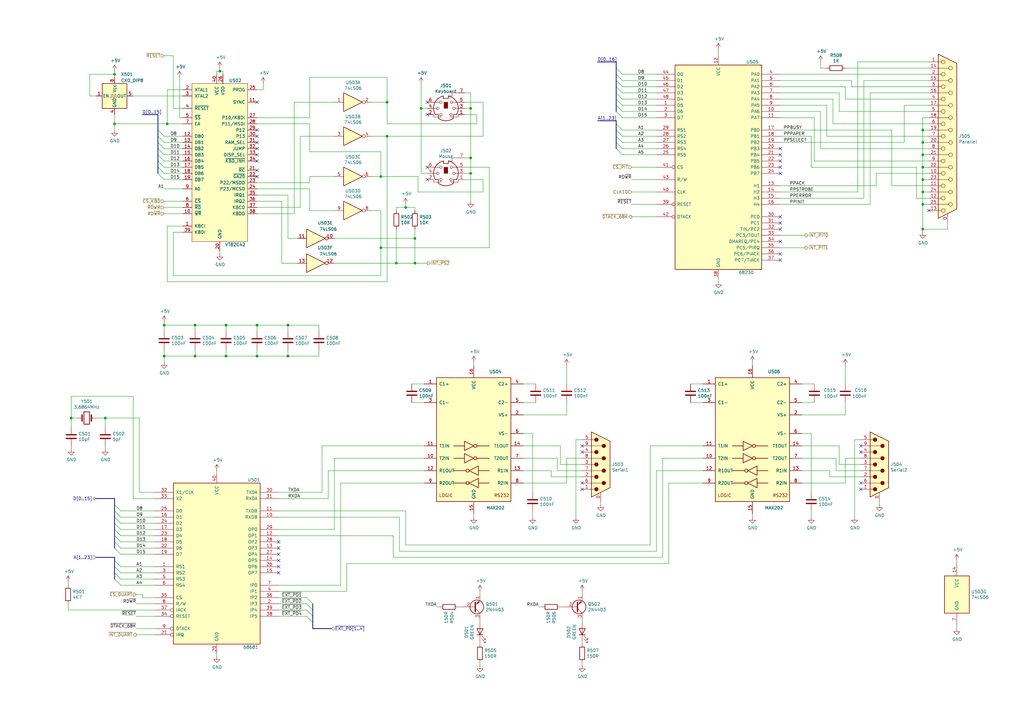
<source format=kicad_sch>
(kicad_sch (version 20211123) (generator eeschema)
  (paper "A3")
  (title_block (title "Y Ddraig") (company "Stephen Moody"))
  (junction (at 170.18 97.79))
  (junction (at 378.46 63.5))
  (junction (at 90.17 29.21))
  (junction (at 105.41 146.05))
  (junction (at 378.46 93.98))
  (junction (at 92.71 133.35))
  (junction (at 80.01 146.05))
  (junction (at 80.01 133.35))
  (junction (at 46.99 30.48))
  (junction (at 118.11 146.05))
  (junction (at 158.75 41.91))
  (junction (at 156.21 101.6))
  (junction (at 105.41 133.35))
  (junction (at 193.04 44.45))
  (junction (at 378.46 73.66))
  (junction (at 67.31 146.05))
  (junction (at 43.18 171.45))
  (junction (at 193.04 64.77))
  (junction (at 162.56 107.95))
  (junction (at 118.11 133.35))
  (junction (at 158.75 55.88))
  (junction (at 156.21 72.39))
  (junction (at 68.58 50.8))
  (junction (at 170.18 107.95))
  (junction (at 166.37 85.09))
  (junction (at 92.71 146.05))
  (junction (at 29.21 171.45))
  (junction (at 193.04 71.12))
  (junction (at 378.46 68.58))
  (junction (at 378.46 83.82))
  (junction (at 378.46 58.42))
  (junction (at 67.31 133.35))
  (junction (at 172.72 44.45))
  (junction (at 378.46 78.74))
  (junction (at 46.99 50.8))
  (junction (at 378.46 53.34))
  (no_connect (at 175.26 68.58))
  (no_connect (at 105.41 72.39))
  (no_connect (at 238.76 182.88))
  (no_connect (at 105.41 69.85))
  (no_connect (at 353.06 198.12))
  (no_connect (at 320.04 104.14))
  (no_connect (at 105.41 66.04))
  (no_connect (at 320.04 99.06))
  (no_connect (at 353.06 200.66))
  (no_connect (at 175.26 41.91))
  (no_connect (at 320.04 63.5))
  (no_connect (at 175.26 73.66))
  (no_connect (at 320.04 66.04))
  (no_connect (at 114.3 224.79))
  (no_connect (at 105.41 60.96))
  (no_connect (at 238.76 185.42))
  (no_connect (at 238.76 200.66))
  (no_connect (at 381 86.36))
  (no_connect (at 114.3 229.87))
  (no_connect (at 114.3 222.25))
  (no_connect (at 114.3 234.95))
  (no_connect (at 320.04 71.12))
  (no_connect (at 320.04 106.68))
  (no_connect (at 320.04 93.98))
  (no_connect (at 320.04 91.44))
  (no_connect (at 105.41 53.34))
  (no_connect (at 353.06 182.88))
  (no_connect (at 353.06 185.42))
  (no_connect (at 105.41 41.91))
  (no_connect (at 105.41 63.5))
  (no_connect (at 114.3 227.33))
  (no_connect (at 320.04 88.9))
  (no_connect (at 320.04 68.58))
  (no_connect (at 105.41 58.42))
  (no_connect (at 105.41 55.88))
  (no_connect (at 238.76 198.12))
  (no_connect (at 114.3 232.41))
  (no_connect (at 320.04 60.96))
  (no_connect (at 175.26 46.99))
  (bus_entry (at 252.73 38.1) (size 2.54 2.54))
  (bus_entry (at 46.99 234.95) (size 2.54 2.54))
  (bus_entry (at 46.99 217.17) (size 2.54 2.54))
  (bus_entry (at 46.99 237.49) (size 2.54 2.54))
  (bus_entry (at 252.73 58.42) (size 2.54 2.54))
  (bus_entry (at 64.77 55.88) (size 2.54 2.54))
  (bus_entry (at 252.73 33.02) (size 2.54 2.54))
  (bus_entry (at 46.99 219.71) (size 2.54 2.54))
  (bus_entry (at 125.73 247.65) (size 2.54 2.54))
  (bus_entry (at 46.99 224.79) (size 2.54 2.54))
  (bus_entry (at 64.77 68.58) (size 2.54 2.54))
  (bus_entry (at 64.77 60.96) (size 2.54 2.54))
  (bus_entry (at 252.73 43.18) (size 2.54 2.54))
  (bus_entry (at 252.73 60.96) (size 2.54 2.54))
  (bus_entry (at 252.73 40.64) (size 2.54 2.54))
  (bus_entry (at 125.73 250.19) (size 2.54 2.54))
  (bus_entry (at 64.77 53.34) (size 2.54 2.54))
  (bus_entry (at 252.73 55.88) (size 2.54 2.54))
  (bus_entry (at 64.77 63.5) (size 2.54 2.54))
  (bus_entry (at 46.99 212.09) (size 2.54 2.54))
  (bus_entry (at 46.99 214.63) (size 2.54 2.54))
  (bus_entry (at 252.73 27.94) (size 2.54 2.54))
  (bus_entry (at 46.99 229.87) (size 2.54 2.54))
  (bus_entry (at 64.77 58.42) (size 2.54 2.54))
  (bus_entry (at 125.73 245.11) (size 2.54 2.54))
  (bus_entry (at 46.99 209.55) (size 2.54 2.54))
  (bus_entry (at 252.73 45.72) (size 2.54 2.54))
  (bus_entry (at 46.99 222.25) (size 2.54 2.54))
  (bus_entry (at 64.77 71.12) (size 2.54 2.54))
  (bus_entry (at 64.77 66.04) (size 2.54 2.54))
  (bus_entry (at 252.73 53.34) (size 2.54 2.54))
  (bus_entry (at 252.73 30.48) (size 2.54 2.54))
  (bus_entry (at 46.99 232.41) (size 2.54 2.54))
  (bus_entry (at 125.73 252.73) (size 2.54 2.54))
  (bus_entry (at 46.99 207.01) (size 2.54 2.54))
  (bus_entry (at 252.73 50.8) (size 2.54 2.54))
  (bus_entry (at 252.73 35.56) (size 2.54 2.54))
  (wire (pts (xy 88.9 29.21) (xy 90.17 29.21)))
  (bus (pts (xy 128.27 257.81) (xy 135.89 257.81)))
  (wire (pts (xy 195.58 50.8) (xy 195.58 46.99)))
  (wire (pts (xy 80.01 146.05) (xy 67.31 146.05)))
  (wire (pts (xy 166.37 223.52) (xy 166.37 209.55)))
  (bus (pts (xy 252.73 43.18) (xy 252.73 45.72)))
  (wire (pts (xy 350.52 180.34) (xy 353.06 180.34)))
  (wire (pts (xy 67.31 60.96) (xy 74.93 60.96)))
  (wire (pts (xy 168.91 165.1) (xy 173.99 165.1)))
  (bus (pts (xy 46.99 219.71) (xy 46.99 222.25)))
  (wire (pts (xy 378.46 78.74) (xy 378.46 83.82)))
  (wire (pts (xy 123.19 85.09) (xy 123.19 55.88)))
  (wire (pts (xy 334.01 66.04) (xy 381 66.04)))
  (bus (pts (xy 39.37 228.6) (xy 46.99 228.6)))
  (wire (pts (xy 161.29 219.71) (xy 114.3 219.71)))
  (wire (pts (xy 255.27 40.64) (xy 269.24 40.64)))
  (wire (pts (xy 359.41 76.2) (xy 359.41 71.12)))
  (wire (pts (xy 236.22 212.09) (xy 236.22 180.34)))
  (wire (pts (xy 139.7 240.03) (xy 114.3 240.03)))
  (wire (pts (xy 344.17 45.72) (xy 344.17 38.1)))
  (wire (pts (xy 175.26 44.45) (xy 172.72 44.45)))
  (wire (pts (xy 341.63 50.8) (xy 341.63 40.64)))
  (wire (pts (xy 170.18 97.79) (xy 170.18 107.95)))
  (wire (pts (xy 320.04 96.52) (xy 330.2 96.52)))
  (wire (pts (xy 246.38 207.01) (xy 246.38 205.74)))
  (wire (pts (xy 269.24 33.02) (xy 255.27 33.02)))
  (wire (pts (xy 130.81 143.51) (xy 130.81 146.05)))
  (wire (pts (xy 365.76 53.34) (xy 365.76 76.2)))
  (wire (pts (xy 46.99 30.48) (xy 36.83 30.48)))
  (wire (pts (xy 173.99 157.48) (xy 168.91 157.48)))
  (wire (pts (xy 320.04 76.2) (xy 359.41 76.2)))
  (wire (pts (xy 68.58 50.8) (xy 74.93 50.8)))
  (wire (pts (xy 219.71 157.48) (xy 214.63 157.48)))
  (bus (pts (xy 64.77 46.99) (xy 58.42 46.99)))
  (wire (pts (xy 332.74 209.55) (xy 332.74 212.09)))
  (wire (pts (xy 171.45 72.39) (xy 171.45 78.74)))
  (wire (pts (xy 63.5 247.65) (xy 55.88 247.65)))
  (bus (pts (xy 64.77 60.96) (xy 64.77 63.5)))
  (wire (pts (xy 378.46 53.34) (xy 381 53.34)))
  (wire (pts (xy 156.21 62.23) (xy 127 62.23)))
  (wire (pts (xy 381 78.74) (xy 378.46 78.74)))
  (bus (pts (xy 46.99 204.47) (xy 39.37 204.47)))
  (wire (pts (xy 92.71 143.51) (xy 92.71 146.05)))
  (wire (pts (xy 63.5 209.55) (xy 49.53 209.55)))
  (wire (pts (xy 255.27 55.88) (xy 269.24 55.88)))
  (bus (pts (xy 128.27 252.73) (xy 128.27 255.27)))
  (wire (pts (xy 349.25 35.56) (xy 381 35.56)))
  (wire (pts (xy 58.42 245.11) (xy 63.5 245.11)))
  (wire (pts (xy 378.46 73.66) (xy 378.46 78.74)))
  (wire (pts (xy 198.12 41.91) (xy 190.5 41.91)))
  (wire (pts (xy 127 72.39) (xy 127 74.93)))
  (wire (pts (xy 339.09 55.88) (xy 339.09 43.18)))
  (wire (pts (xy 229.87 248.92) (xy 231.14 248.92)))
  (wire (pts (xy 346.71 27.94) (xy 381 27.94)))
  (wire (pts (xy 46.99 31.75) (xy 46.99 30.48)))
  (wire (pts (xy 294.64 115.57) (xy 294.64 114.3)))
  (wire (pts (xy 49.53 240.03) (xy 63.5 240.03)))
  (wire (pts (xy 269.24 30.48) (xy 255.27 30.48)))
  (wire (pts (xy 152.4 86.36) (xy 156.21 86.36)))
  (bus (pts (xy 128.27 247.65) (xy 128.27 250.19)))
  (bus (pts (xy 46.99 214.63) (xy 46.99 217.17)))
  (wire (pts (xy 274.32 231.14) (xy 142.24 231.14)))
  (wire (pts (xy 67.31 55.88) (xy 74.93 55.88)))
  (wire (pts (xy 152.4 72.39) (xy 156.21 72.39)))
  (wire (pts (xy 356.87 83.82) (xy 356.87 38.1)))
  (wire (pts (xy 105.41 82.55) (xy 115.57 82.55)))
  (wire (pts (xy 29.21 162.56) (xy 54.61 162.56)))
  (wire (pts (xy 320.04 58.42) (xy 370.84 58.42)))
  (wire (pts (xy 259.08 68.58) (xy 269.24 68.58)))
  (wire (pts (xy 49.53 214.63) (xy 63.5 214.63)))
  (wire (pts (xy 320.04 30.48) (xy 381 30.48)))
  (wire (pts (xy 255.27 45.72) (xy 269.24 45.72)))
  (wire (pts (xy 71.12 44.45) (xy 74.93 44.45)))
  (wire (pts (xy 166.37 83.82) (xy 166.37 85.09)))
  (wire (pts (xy 288.29 187.96) (xy 271.78 187.96)))
  (bus (pts (xy 46.99 234.95) (xy 46.99 237.49)))
  (wire (pts (xy 320.04 43.18) (xy 339.09 43.18)))
  (wire (pts (xy 107.95 36.83) (xy 107.95 34.29)))
  (wire (pts (xy 156.21 72.39) (xy 171.45 72.39)))
  (wire (pts (xy 163.83 226.06) (xy 163.83 212.09)))
  (wire (pts (xy 27.94 240.03) (xy 27.94 238.76)))
  (wire (pts (xy 350.52 212.09) (xy 350.52 180.34)))
  (wire (pts (xy 226.06 195.58) (xy 226.06 193.04)))
  (wire (pts (xy 46.99 50.8) (xy 68.58 50.8)))
  (wire (pts (xy 105.41 133.35) (xy 118.11 133.35)))
  (wire (pts (xy 342.9 187.96) (xy 328.93 187.96)))
  (wire (pts (xy 378.46 58.42) (xy 381 58.42)))
  (wire (pts (xy 46.99 30.48) (xy 46.99 29.21)))
  (wire (pts (xy 127 48.26) (xy 105.41 48.26)))
  (wire (pts (xy 228.6 193.04) (xy 228.6 187.96)))
  (wire (pts (xy 54.61 204.47) (xy 63.5 204.47)))
  (wire (pts (xy 152.4 55.88) (xy 158.75 55.88)))
  (wire (pts (xy 238.76 193.04) (xy 228.6 193.04)))
  (wire (pts (xy 142.24 242.57) (xy 114.3 242.57)))
  (wire (pts (xy 162.56 107.95) (xy 137.16 107.95)))
  (wire (pts (xy 288.29 198.12) (xy 274.32 198.12)))
  (wire (pts (xy 353.06 190.5) (xy 344.17 190.5)))
  (wire (pts (xy 68.58 36.83) (xy 68.58 50.8)))
  (wire (pts (xy 57.15 171.45) (xy 57.15 201.93)))
  (wire (pts (xy 49.53 224.79) (xy 63.5 224.79)))
  (wire (pts (xy 269.24 43.18) (xy 255.27 43.18)))
  (wire (pts (xy 118.11 135.89) (xy 118.11 133.35)))
  (wire (pts (xy 200.66 101.6) (xy 200.66 68.58)))
  (wire (pts (xy 74.93 82.55) (xy 67.31 82.55)))
  (wire (pts (xy 172.72 71.12) (xy 172.72 44.45)))
  (wire (pts (xy 118.11 143.51) (xy 118.11 146.05)))
  (wire (pts (xy 114.3 247.65) (xy 125.73 247.65)))
  (wire (pts (xy 229.87 190.5) (xy 229.87 182.88)))
  (wire (pts (xy 71.12 95.25) (xy 71.12 113.03)))
  (wire (pts (xy 137.16 217.17) (xy 114.3 217.17)))
  (wire (pts (xy 214.63 177.8) (xy 218.44 177.8)))
  (wire (pts (xy 170.18 107.95) (xy 162.56 107.95)))
  (wire (pts (xy 378.46 68.58) (xy 381 68.58)))
  (wire (pts (xy 346.71 165.1) (xy 346.71 170.18)))
  (wire (pts (xy 115.57 82.55) (xy 115.57 107.95)))
  (wire (pts (xy 232.41 170.18) (xy 232.41 165.1)))
  (wire (pts (xy 238.76 195.58) (xy 226.06 195.58)))
  (wire (pts (xy 332.74 55.88) (xy 332.74 68.58)))
  (wire (pts (xy 196.85 254) (xy 196.85 255.27)))
  (wire (pts (xy 353.06 195.58) (xy 340.36 195.58)))
  (wire (pts (xy 127 50.8) (xy 127 62.23)))
  (wire (pts (xy 238.76 190.5) (xy 229.87 190.5)))
  (wire (pts (xy 328.93 165.1) (xy 334.01 165.1)))
  (wire (pts (xy 142.24 231.14) (xy 142.24 242.57)))
  (wire (pts (xy 238.76 254) (xy 238.76 255.27)))
  (wire (pts (xy 274.32 198.12) (xy 274.32 231.14)))
  (wire (pts (xy 336.55 25.4) (xy 336.55 27.94)))
  (wire (pts (xy 27.94 250.19) (xy 27.94 247.65)))
  (wire (pts (xy 195.58 46.99) (xy 190.5 46.99)))
  (wire (pts (xy 283.21 165.1) (xy 288.29 165.1)))
  (bus (pts (xy 64.77 66.04) (xy 64.77 68.58)))
  (bus (pts (xy 46.99 212.09) (xy 46.99 214.63)))
  (wire (pts (xy 354.33 33.02) (xy 354.33 81.28)))
  (bus (pts (xy 46.99 209.55) (xy 46.99 212.09)))
  (wire (pts (xy 336.55 27.94) (xy 339.09 27.94)))
  (wire (pts (xy 137.16 187.96) (xy 137.16 217.17)))
  (wire (pts (xy 92.71 146.05) (xy 80.01 146.05)))
  (wire (pts (xy 320.04 101.6) (xy 330.2 101.6)))
  (wire (pts (xy 43.18 182.88) (xy 43.18 184.15)))
  (wire (pts (xy 238.76 187.96) (xy 232.41 187.96)))
  (wire (pts (xy 31.75 171.45) (xy 29.21 171.45)))
  (wire (pts (xy 127 31.75) (xy 127 48.26)))
  (wire (pts (xy 130.81 133.35) (xy 130.81 135.89)))
  (wire (pts (xy 320.04 33.02) (xy 349.25 33.02)))
  (wire (pts (xy 353.06 187.96) (xy 346.71 187.96)))
  (wire (pts (xy 346.71 149.86) (xy 346.71 157.48)))
  (wire (pts (xy 49.53 234.95) (xy 63.5 234.95)))
  (wire (pts (xy 255.27 60.96) (xy 269.24 60.96)))
  (wire (pts (xy 190.5 71.12) (xy 193.04 71.12)))
  (wire (pts (xy 54.61 39.37) (xy 74.93 39.37)))
  (wire (pts (xy 134.62 193.04) (xy 134.62 204.47)))
  (wire (pts (xy 105.41 135.89) (xy 105.41 133.35)))
  (wire (pts (xy 123.19 55.88) (xy 137.16 55.88)))
  (wire (pts (xy 388.62 93.98) (xy 378.46 93.98)))
  (wire (pts (xy 320.04 48.26) (xy 334.01 48.26)))
  (wire (pts (xy 193.04 64.77) (xy 193.04 71.12)))
  (wire (pts (xy 193.04 44.45) (xy 193.04 64.77)))
  (wire (pts (xy 68.58 92.71) (xy 74.93 92.71)))
  (wire (pts (xy 55.88 257.81) (xy 63.5 257.81)))
  (wire (pts (xy 73.66 48.26) (xy 74.93 48.26)))
  (wire (pts (xy 80.01 135.89) (xy 80.01 133.35)))
  (wire (pts (xy 354.33 81.28) (xy 320.04 81.28)))
  (wire (pts (xy 73.66 31.75) (xy 73.66 48.26)))
  (wire (pts (xy 156.21 62.23) (xy 156.21 72.39)))
  (wire (pts (xy 118.11 97.79) (xy 121.92 97.79)))
  (wire (pts (xy 67.31 135.89) (xy 67.31 133.35)))
  (wire (pts (xy 269.24 83.82) (xy 259.08 83.82)))
  (wire (pts (xy 336.55 45.72) (xy 320.04 45.72)))
  (wire (pts (xy 46.99 50.8) (xy 46.99 53.34)))
  (bus (pts (xy 252.73 33.02) (xy 252.73 35.56)))
  (wire (pts (xy 63.5 232.41) (xy 49.53 232.41)))
  (wire (pts (xy 80.01 133.35) (xy 92.71 133.35)))
  (wire (pts (xy 193.04 44.45) (xy 193.04 38.1)))
  (wire (pts (xy 344.17 45.72) (xy 381 45.72)))
  (wire (pts (xy 91.44 29.21) (xy 91.44 30.48)))
  (wire (pts (xy 320.04 40.64) (xy 341.63 40.64)))
  (wire (pts (xy 74.93 36.83) (xy 68.58 36.83)))
  (wire (pts (xy 375.92 81.28) (xy 381 81.28)))
  (wire (pts (xy 214.63 193.04) (xy 226.06 193.04)))
  (wire (pts (xy 365.76 76.2) (xy 381 76.2)))
  (wire (pts (xy 196.85 243.84) (xy 196.85 242.57)))
  (bus (pts (xy 46.99 207.01) (xy 46.99 209.55)))
  (wire (pts (xy 92.71 135.89) (xy 92.71 133.35)))
  (wire (pts (xy 255.27 35.56) (xy 269.24 35.56)))
  (wire (pts (xy 158.75 55.88) (xy 158.75 115.57)))
  (bus (pts (xy 245.11 49.53) (xy 252.73 49.53)))
  (wire (pts (xy 88.9 30.48) (xy 88.9 29.21)))
  (wire (pts (xy 63.5 222.25) (xy 49.53 222.25)))
  (wire (pts (xy 170.18 93.98) (xy 170.18 97.79)))
  (wire (pts (xy 238.76 262.89) (xy 238.76 264.16)))
  (bus (pts (xy 252.73 55.88) (xy 252.73 58.42)))
  (wire (pts (xy 269.24 73.66) (xy 259.08 73.66)))
  (wire (pts (xy 67.31 85.09) (xy 74.93 85.09)))
  (wire (pts (xy 54.61 162.56) (xy 54.61 204.47)))
  (wire (pts (xy 232.41 187.96) (xy 232.41 198.12)))
  (wire (pts (xy 161.29 228.6) (xy 161.29 219.71)))
  (wire (pts (xy 173.99 198.12) (xy 139.7 198.12)))
  (wire (pts (xy 114.3 250.19) (xy 125.73 250.19)))
  (wire (pts (xy 288.29 193.04) (xy 269.24 193.04)))
  (wire (pts (xy 187.96 248.92) (xy 189.23 248.92)))
  (wire (pts (xy 228.6 187.96) (xy 214.63 187.96)))
  (wire (pts (xy 36.83 39.37) (xy 39.37 39.37)))
  (wire (pts (xy 92.71 133.35) (xy 105.41 133.35)))
  (wire (pts (xy 139.7 198.12) (xy 139.7 240.03)))
  (bus (pts (xy 252.73 38.1) (xy 252.73 40.64)))
  (wire (pts (xy 308.61 212.09) (xy 308.61 210.82)))
  (bus (pts (xy 128.27 250.19) (xy 128.27 252.73)))
  (wire (pts (xy 328.93 177.8) (xy 332.74 177.8)))
  (bus (pts (xy 46.99 228.6) (xy 46.99 229.87)))
  (bus (pts (xy 64.77 55.88) (xy 64.77 58.42)))
  (wire (pts (xy 74.93 73.66) (xy 67.31 73.66)))
  (wire (pts (xy 232.41 149.86) (xy 232.41 157.48)))
  (wire (pts (xy 320.04 55.88) (xy 332.74 55.88)))
  (wire (pts (xy 341.63 50.8) (xy 381 50.8)))
  (bus (pts (xy 46.99 232.41) (xy 46.99 234.95)))
  (wire (pts (xy 320.04 53.34) (xy 365.76 53.34)))
  (wire (pts (xy 105.41 36.83) (xy 107.95 36.83)))
  (wire (pts (xy 114.3 252.73) (xy 125.73 252.73)))
  (wire (pts (xy 71.12 22.86) (xy 67.31 22.86)))
  (wire (pts (xy 354.33 33.02) (xy 381 33.02)))
  (wire (pts (xy 378.46 48.26) (xy 381 48.26)))
  (wire (pts (xy 163.83 212.09) (xy 114.3 212.09)))
  (wire (pts (xy 381 83.82) (xy 378.46 83.82)))
  (wire (pts (xy 29.21 182.88) (xy 29.21 184.15)))
  (wire (pts (xy 166.37 209.55) (xy 114.3 209.55)))
  (bus (pts (xy 64.77 63.5) (xy 64.77 66.04)))
  (wire (pts (xy 171.45 78.74) (xy 198.12 78.74)))
  (wire (pts (xy 269.24 53.34) (xy 255.27 53.34)))
  (wire (pts (xy 378.46 63.5) (xy 381 63.5)))
  (wire (pts (xy 74.93 68.58) (xy 67.31 68.58)))
  (wire (pts (xy 105.41 80.01) (xy 118.11 80.01)))
  (bus (pts (xy 64.77 46.99) (xy 64.77 53.34)))
  (wire (pts (xy 63.5 217.17) (xy 49.53 217.17)))
  (wire (pts (xy 46.99 46.99) (xy 46.99 50.8)))
  (bus (pts (xy 64.77 68.58) (xy 64.77 71.12)))
  (wire (pts (xy 132.08 182.88) (xy 173.99 182.88)))
  (wire (pts (xy 105.41 77.47) (xy 127 77.47)))
  (wire (pts (xy 105.41 87.63) (xy 120.65 87.63)))
  (wire (pts (xy 175.26 107.95) (xy 170.18 107.95)))
  (wire (pts (xy 328.93 193.04) (xy 340.36 193.04)))
  (wire (pts (xy 238.76 243.84) (xy 238.76 242.57)))
  (wire (pts (xy 127 77.47) (xy 127 86.36)))
  (wire (pts (xy 360.68 207.01) (xy 360.68 205.74)))
  (wire (pts (xy 198.12 78.74) (xy 198.12 73.66)))
  (wire (pts (xy 127 86.36) (xy 137.16 86.36)))
  (wire (pts (xy 172.72 44.45) (xy 172.72 34.29)))
  (wire (pts (xy 271.78 228.6) (xy 161.29 228.6)))
  (wire (pts (xy 190.5 64.77) (xy 193.04 64.77)))
  (wire (pts (xy 137.16 97.79) (xy 170.18 97.79)))
  (wire (pts (xy 43.18 175.26) (xy 43.18 171.45)))
  (wire (pts (xy 156.21 101.6) (xy 200.66 101.6)))
  (bus (pts (xy 64.77 58.42) (xy 64.77 60.96)))
  (wire (pts (xy 388.62 91.44) (xy 388.62 93.98)))
  (wire (pts (xy 392.43 256.54) (xy 392.43 257.81)))
  (wire (pts (xy 67.31 133.35) (xy 80.01 133.35)))
  (wire (pts (xy 67.31 143.51) (xy 67.31 146.05)))
  (wire (pts (xy 214.63 170.18) (xy 232.41 170.18)))
  (wire (pts (xy 346.71 40.64) (xy 346.71 35.56)))
  (wire (pts (xy 288.29 157.48) (xy 283.21 157.48)))
  (wire (pts (xy 198.12 73.66) (xy 190.5 73.66)))
  (wire (pts (xy 378.46 83.82) (xy 378.46 93.98)))
  (wire (pts (xy 340.36 195.58) (xy 340.36 193.04)))
  (wire (pts (xy 162.56 86.36) (xy 162.56 85.09)))
  (wire (pts (xy 370.84 43.18) (xy 381 43.18)))
  (wire (pts (xy 370.84 58.42) (xy 370.84 43.18)))
  (bus (pts (xy 252.73 30.48) (xy 252.73 33.02)))
  (wire (pts (xy 179.07 248.92) (xy 180.34 248.92)))
  (wire (pts (xy 158.75 41.91) (xy 158.75 50.8)))
  (wire (pts (xy 238.76 271.78) (xy 238.76 273.05)))
  (wire (pts (xy 346.71 40.64) (xy 381 40.64)))
  (bus (pts (xy 252.73 40.64) (xy 252.73 43.18)))
  (wire (pts (xy 63.5 250.19) (xy 27.94 250.19)))
  (wire (pts (xy 166.37 85.09) (xy 170.18 85.09)))
  (wire (pts (xy 378.46 73.66) (xy 378.46 68.58)))
  (wire (pts (xy 105.41 143.51) (xy 105.41 146.05)))
  (wire (pts (xy 71.12 44.45) (xy 71.12 22.86)))
  (bus (pts (xy 46.99 217.17) (xy 46.99 219.71)))
  (wire (pts (xy 328.93 182.88) (xy 344.17 182.88)))
  (wire (pts (xy 349.25 35.56) (xy 349.25 33.02)))
  (wire (pts (xy 120.65 41.91) (xy 137.16 41.91)))
  (wire (pts (xy 320.04 83.82) (xy 356.87 83.82)))
  (wire (pts (xy 232.41 198.12) (xy 214.63 198.12)))
  (wire (pts (xy 121.92 107.95) (xy 115.57 107.95)))
  (wire (pts (xy 170.18 85.09) (xy 170.18 86.36)))
  (wire (pts (xy 58.42 245.11) (xy 58.42 243.84)))
  (bus (pts (xy 128.27 255.27) (xy 128.27 257.81)))
  (bus (pts (xy 46.99 229.87) (xy 46.99 232.41)))
  (wire (pts (xy 88.9 194.31) (xy 88.9 193.04)))
  (wire (pts (xy 332.74 68.58) (xy 375.92 68.58)))
  (wire (pts (xy 105.41 50.8) (xy 127 50.8)))
  (wire (pts (xy 378.46 93.98) (xy 378.46 95.25)))
  (wire (pts (xy 68.58 115.57) (xy 68.58 92.71)))
  (wire (pts (xy 344.17 190.5) (xy 344.17 182.88)))
  (wire (pts (xy 71.12 95.25) (xy 74.93 95.25)))
  (wire (pts (xy 156.21 113.03) (xy 71.12 113.03)))
  (wire (pts (xy 134.62 204.47) (xy 114.3 204.47)))
  (wire (pts (xy 63.5 212.09) (xy 49.53 212.09)))
  (wire (pts (xy 120.65 87.63) (xy 120.65 41.91)))
  (wire (pts (xy 158.75 55.88) (xy 198.12 55.88)))
  (wire (pts (xy 351.79 25.4) (xy 351.79 78.74)))
  (wire (pts (xy 43.18 171.45) (xy 57.15 171.45)))
  (wire (pts (xy 378.46 68.58) (xy 378.46 63.5)))
  (bus (pts (xy 46.99 222.25) (xy 46.99 224.79)))
  (wire (pts (xy 294.64 20.32) (xy 294.64 22.86)))
  (wire (pts (xy 269.24 38.1) (xy 255.27 38.1)))
  (bus (pts (xy 252.73 35.56) (xy 252.73 38.1)))
  (bus (pts (xy 252.73 49.53) (xy 252.73 50.8)))
  (wire (pts (xy 328.93 170.18) (xy 346.71 170.18)))
  (wire (pts (xy 378.46 58.42) (xy 378.46 53.34)))
  (wire (pts (xy 90.17 29.21) (xy 91.44 29.21)))
  (bus (pts (xy 252.73 50.8) (xy 252.73 53.34)))
  (wire (pts (xy 137.16 187.96) (xy 173.99 187.96)))
  (wire (pts (xy 158.75 50.8) (xy 195.58 50.8)))
  (wire (pts (xy 158.75 41.91) (xy 158.75 31.75)))
  (wire (pts (xy 198.12 55.88) (xy 198.12 41.91)))
  (wire (pts (xy 58.42 243.84) (xy 55.88 243.84)))
  (wire (pts (xy 175.26 71.12) (xy 172.72 71.12)))
  (wire (pts (xy 55.88 252.73) (xy 63.5 252.73)))
  (wire (pts (xy 173.99 193.04) (xy 134.62 193.04)))
  (wire (pts (xy 67.31 71.12) (xy 74.93 71.12)))
  (wire (pts (xy 137.16 72.39) (xy 127 72.39)))
  (bus (pts (xy 252.73 53.34) (xy 252.73 55.88)))
  (wire (pts (xy 105.41 74.93) (xy 127 74.93)))
  (wire (pts (xy 29.21 171.45) (xy 29.21 175.26)))
  (wire (pts (xy 288.29 182.88) (xy 266.7 182.88)))
  (wire (pts (xy 118.11 146.05) (xy 105.41 146.05)))
  (wire (pts (xy 266.7 223.52) (xy 166.37 223.52)))
  (wire (pts (xy 63.5 260.35) (xy 55.88 260.35)))
  (wire (pts (xy 67.31 66.04) (xy 74.93 66.04)))
  (wire (pts (xy 193.04 82.55) (xy 193.04 71.12)))
  (wire (pts (xy 194.31 212.09) (xy 194.31 210.82)))
  (wire (pts (xy 67.31 133.35) (xy 67.31 132.08)))
  (bus (pts (xy 252.73 25.4) (xy 245.11 25.4)))
  (wire (pts (xy 152.4 41.91) (xy 158.75 41.91)))
  (wire (pts (xy 67.31 146.05) (xy 67.31 148.59)))
  (wire (pts (xy 57.15 201.93) (xy 63.5 201.93)))
  (wire (pts (xy 156.21 101.6) (xy 156.21 113.03)))
  (wire (pts (xy 346.71 198.12) (xy 328.93 198.12)))
  (wire (pts (xy 375.92 68.58) (xy 375.92 81.28)))
  (wire (pts (xy 80.01 143.51) (xy 80.01 146.05)))
  (wire (pts (xy 214.63 182.88) (xy 229.87 182.88)))
  (wire (pts (xy 158.75 31.75) (xy 127 31.75)))
  (wire (pts (xy 381 73.66) (xy 378.46 73.66)))
  (bus (pts (xy 252.73 58.42) (xy 252.73 60.96)))
  (wire (pts (xy 218.44 209.55) (xy 218.44 212.09)))
  (wire (pts (xy 269.24 226.06) (xy 163.83 226.06)))
  (wire (pts (xy 90.17 27.94) (xy 90.17 29.21)))
  (wire (pts (xy 336.55 60.96) (xy 381 60.96)))
  (wire (pts (xy 269.24 48.26) (xy 255.27 48.26)))
  (wire (pts (xy 74.93 63.5) (xy 67.31 63.5)))
  (wire (pts (xy 130.81 146.05) (xy 118.11 146.05)))
  (wire (pts (xy 320.04 78.74) (xy 351.79 78.74)))
  (wire (pts (xy 378.46 63.5) (xy 378.46 58.42)))
  (wire (pts (xy 259.08 88.9) (xy 269.24 88.9)))
  (wire (pts (xy 118.11 80.01) (xy 118.11 97.79)))
  (wire (pts (xy 36.83 30.48) (xy 36.83 39.37)))
  (wire (pts (xy 378.46 48.26) (xy 378.46 53.34)))
  (wire (pts (xy 190.5 44.45) (xy 193.04 44.45)))
  (wire (pts (xy 196.85 262.89) (xy 196.85 264.16)))
  (wire (pts (xy 193.04 38.1) (xy 190.5 38.1)))
  (wire (pts (xy 88.9 267.97) (xy 88.9 269.24)))
  (wire (pts (xy 332.74 177.8) (xy 332.74 201.93)))
  (wire (pts (xy 194.31 148.59) (xy 194.31 149.86)))
  (wire (pts (xy 308.61 148.59) (xy 308.61 149.86)))
  (wire (pts (xy 334.01 157.48) (xy 328.93 157.48)))
  (wire (pts (xy 359.41 71.12) (xy 381 71.12)))
  (wire (pts (xy 269.24 193.04) (xy 269.24 226.06)))
  (wire (pts (xy 118.11 133.35) (xy 130.81 133.35)))
  (bus (pts (xy 252.73 27.94) (xy 252.73 30.48)))
  (wire (pts (xy 356.87 38.1) (xy 381 38.1)))
  (wire (pts (xy 339.09 55.88) (xy 381 55.88)))
  (wire (pts (xy 63.5 227.33) (xy 49.53 227.33)))
  (wire (pts (xy 132.08 201.93) (xy 132.08 182.88)))
  (wire (pts (xy 320.04 38.1) (xy 344.17 38.1)))
  (bus (pts (xy 64.77 53.34) (xy 64.77 55.88)))
  (wire (pts (xy 266.7 182.88) (xy 266.7 223.52)))
  (wire (pts (xy 351.79 25.4) (xy 381 25.4)))
  (wire (pts (xy 320.04 35.56) (xy 346.71 35.56)))
  (wire (pts (xy 162.56 93.98) (xy 162.56 107.95)))
  (wire (pts (xy 218.44 177.8) (xy 218.44 201.93)))
  (wire (pts (xy 342.9 193.04) (xy 342.9 187.96)))
  (wire (pts (xy 114.3 201.93) (xy 132.08 201.93)))
  (wire (pts (xy 158.75 115.57) (xy 68.58 115.57)))
  (wire (pts (xy 114.3 245.11) (xy 125.73 245.11)))
  (wire (pts (xy 74.93 77.47) (xy 67.31 77.47)))
  (wire (pts (xy 49.53 219.71) (xy 63.5 219.71)))
  (wire (pts (xy 63.5 237.49) (xy 49.53 237.49)))
  (wire (pts (xy 236.22 180.34) (xy 238.76 180.34)))
  (wire (pts (xy 392.43 229.87) (xy 392.43 231.14)))
  (wire (pts (xy 29.21 162.56) (xy 29.21 171.45)))
  (wire (pts (xy 162.56 85.09) (xy 166.37 85.09)))
  (wire (pts (xy 156.21 86.36) (xy 156.21 101.6)))
  (wire (pts (xy 214.63 165.1) (xy 219.71 165.1)))
  (wire (pts (xy 353.06 193.04) (xy 342.9 193.04)))
  (wire (pts (xy 346.71 187.96) (xy 346.71 198.12)))
  (wire (pts (xy 220.98 248.92) (xy 222.25 248.92)))
  (wire (pts (xy 271.78 187.96) (xy 271.78 228.6)))
  (bus (pts (xy 252.73 25.4) (xy 252.73 27.94)))
  (wire (pts (xy 39.37 171.45) (xy 43.18 171.45)))
  (wire (pts (xy 74.93 58.42) (xy 67.31 58.42)))
  (wire (pts (xy 269.24 63.5) (xy 255.27 63.5)))
  (wire (pts (xy 269.24 58.42) (xy 255.27 58.42)))
  (wire (pts (xy 196.85 271.78) (xy 196.85 273.05)))
  (wire (pts (xy 74.93 87.63) (xy 67.31 87.63)))
  (wire (pts (xy 334.01 66.04) (xy 334.01 48.26)))
  (wire (pts (xy 105.41 146.05) (xy 92.71 146.05)))
  (bus (pts (xy 46.99 204.47) (xy 46.99 207.01)))
  (wire (pts (xy 259.08 78.74) (xy 269.24 78.74)))
  (wire (pts (xy 200.66 68.58) (xy 190.5 68.58)))
  (wire (pts (xy 90.17 104.14) (xy 90.17 102.87)))
  (wire (pts (xy 336.55 45.72) (xy 336.55 60.96)))
  (wire (pts (xy 105.41 85.09) (xy 123.19 85.09)))
  (label "~{EXT_PD4}" (at 115.57 252.73 0))
  (label "D[0..15]" (at 58.42 46.99 0))
  (label "TXDA" (at 179.07 248.92 180))
  (label "D12" (at 69.85 66.04 0))
  (label "TXDA" (at 118.11 201.93 0))
  (label "D9" (at 69.85 58.42 0))
  (label "D15" (at 261.62 48.26 0))
  (label "~{EXT_PD1}" (at 115.57 245.11 0))
  (label "A5" (at 261.62 63.5 0))
  (label "D10" (at 55.88 214.63 0))
  (label "D11" (at 69.85 63.5 0))
  (label "D13" (at 69.85 68.58 0))
  (label "PPSELECT" (at 321.31 58.42 0))
  (label "A3" (at 55.88 237.49 0))
  (label "RD~{WR}" (at 259.08 73.66 180))
  (label "D13" (at 55.88 222.25 0))
  (label "A2" (at 261.62 55.88 0))
  (label "PPERROR" (at 323.85 81.28 0))
  (label "RXDA" (at 118.11 204.47 0))
  (label "D12" (at 55.88 219.71 0))
  (label "D10" (at 69.85 60.96 0))
  (label "RXDA" (at 220.98 248.92 180))
  (label "PPINIT" (at 323.85 83.82 0))
  (label "D8" (at 69.85 55.88 0))
  (label "D14" (at 261.62 45.72 0))
  (label "A2" (at 55.88 234.95 0))
  (label "D12" (at 261.62 40.64 0))
  (label "~{DTACK_68K}" (at 55.88 257.81 180))
  (label "D10" (at 261.62 35.56 0))
  (label "PPACK" (at 323.85 76.2 0))
  (label "D8" (at 55.88 209.55 0))
  (label "D9" (at 55.88 212.09 0))
  (label "A4" (at 261.62 60.96 0))
  (label "RD~{WR}" (at 55.88 247.65 180))
  (label "D14" (at 69.85 71.12 0))
  (label "D8" (at 261.62 30.48 0))
  (label "D15" (at 55.88 227.33 0))
  (label "D11" (at 261.62 38.1 0))
  (label "D[0..16]" (at 245.11 25.4 0))
  (label "~{RESET}" (at 259.08 83.82 180))
  (label "D15" (at 69.85 73.66 0))
  (label "PPSTROBE" (at 323.85 78.74 0))
  (label "~{RESET}" (at 55.88 252.73 180))
  (label "A[1..23]" (at 245.11 49.53 0))
  (label "~{EXT_PD2}" (at 115.57 247.65 0))
  (label "A1" (at 67.31 77.47 180))
  (label "~{EXT_PD3}" (at 115.57 250.19 0))
  (label "PPBUSY" (at 321.31 53.34 0))
  (label "D11" (at 55.88 217.17 0))
  (label "PPPAPER" (at 321.31 55.88 0))
  (label "A1" (at 261.62 53.34 0))
  (label "D14" (at 55.88 224.79 0))
  (label "A1" (at 55.88 232.41 0))
  (label "A3" (at 261.62 58.42 0))
  (label "D9" (at 261.62 33.02 0))
  (label "A4" (at 55.88 240.03 0))
  (label "D13" (at 261.62 43.18 0))
  (hierarchical_label "~{CS_DUART}" (shape input) (at 55.88 243.84 180))
  (hierarchical_label "~{EXT_PD[1..4]}" (shape input) (at 135.89 257.81 0))
  (hierarchical_label "~{INT_PIT1}" (shape output) (at 330.2 101.6 0))
  (hierarchical_label "~{INT_DUART}" (shape output) (at 55.88 260.35 180))
  (hierarchical_label "D[0..15]" (shape bidirectional) (at 39.37 204.47 180))
  (hierarchical_label "CLK10" (shape input) (at 259.08 78.74 180))
  (hierarchical_label "~{CS_KBD}" (shape input) (at 67.31 82.55 180))
  (hierarchical_label "~{INT_PS2}" (shape output) (at 175.26 107.95 0))
  (hierarchical_label "RD~{WR}" (shape input) (at 67.31 87.63 180))
  (hierarchical_label "~{RD}WR" (shape input) (at 67.31 85.09 180))
  (hierarchical_label "~{INT_PIT0}" (shape output) (at 330.2 96.52 0))
  (hierarchical_label "~{CS_PIT}" (shape input) (at 259.08 68.58 180))
  (hierarchical_label "A[1..23]" (shape input) (at 39.37 228.6 180))
  (hierarchical_label "~{RESET}" (shape input) (at 67.31 22.86 180))
  (hierarchical_label "~{DTACK_68K}" (shape output) (at 259.08 88.9 180))
  (symbol (lib_id "Device:C") (at 29.21 179.07 0) (unit 1)
    (property "Reference" "C501" (at 32.131 177.9016 0) (effects (justify left)))
    (property "Value" "10pF" (at 32.131 180.213 0) (effects (justify left)))
    (property "Footprint" "Capacitor_THT:C_Disc_D3.8mm_W2.6mm_P2.50mm" (effects hide))
  )
  (symbol (lib_id "Device:Crystal") (at 35.56 171.45 0) (unit 1)
    (property "Reference" "Y501" (at 35.56 164.6428 0))
    (property "Value" "3.6864MHz" (at 35.56 166.9542 0))
    (property "Footprint" "Crystal:Crystal_HC18-U_Vertical" (effects hide))
  )
  (symbol (lib_id "Interface:68681") (at 88.9 232.41 0) (unit 1)
    (property "Reference" "U501" (at 104.14 196.85 0))
    (property "Value" "68681" (at 102.87 265.43 0))
    (property "Footprint" "Package_DIP:DIP-40_W15.24mm_Socket" (effects hide))
  )
  (symbol (lib_id "Interface_UART:MAX202") (at 194.31 180.34 0) (unit 1)
    (property "Reference" "U504" (at 203.2 152.4 0))
    (property "Value" "MAX202" (at 203.2 208.28 0))
    (property "Footprint" "Package_DIP:DIP-16_W7.62mm_Socket" (effects hide))
    (property "Datasheet" "http://www.ti.com/lit/ds/symlink/max202.pdf" (effects hide))
  )
  (symbol (lib_id "Interface:68230") (at 294.64 68.58 0) (unit 1)
    (property "Reference" "U505" (at 308.61 25.4 0))
    (property "Value" "68230" (at 306.07 111.76 0))
    (property "Footprint" "Package_DIP:DIP-48_W15.24mm_Socket" (effects hide))
  )
  (symbol (lib_id "Connector:DB9_Male_MountingHoles") (at 246.38 190.5 0) (unit 1)
    (property "Reference" "J503" (at 250.952 190.4492 0) (effects (justify left)))
    (property "Value" "Serial1" (at 250.952 192.7606 0) (effects (justify left)))
    (property "Footprint" "Connector_Dsub:DSUB-9_Male_Horizontal_P2.77x2.84mm_EdgePinOffset4.94mm_Housed_MountingHolesOffset7.48mm" (effects hide))
    (property "Datasheet" " ~" (effects hide))
  )
  (symbol (lib_id "Connector:DB25_Female_MountingHoles") (at 388.62 55.88 0) (unit 1)
    (property "Reference" "J505" (at 393.192 55.8292 0) (effects (justify left)))
    (property "Value" "Parallel" (at 393.192 58.1406 0) (effects (justify left)))
    (property "Footprint" "Connector_Dsub:DSUB-25_Female_Horizontal_P2.77x2.84mm_EdgePinOffset7.70mm_Housed_MountingHolesOffset9.12mm" (effects hide))
    (property "Datasheet" " ~" (effects hide))
  )
  (symbol (lib_id "Ddraig:Mini-DIN-6") (at 182.88 44.45 0) (unit 1)
    (property "Reference" "J501" (at 182.88 35.1282 0))
    (property "Value" "Keyboard" (at 182.88 37.4396 0))
    (property "Footprint" "Ddraig:MINI-DIN-6-FULL-SHIELD" (effects hide))
    (property "Datasheet" "http://service.powerdynamics.com/ec/Catalog17/Section%2011.pdf" (effects hide))
  )
  (symbol (lib_id "Oscillator:CXO_DIP8") (at 46.99 39.37 0) (unit 1)
    (property "Reference" "X501" (at 49.53 30.48 0) (effects (justify left)))
    (property "Value" "CXO_DIP8" (at 49.53 33.02 0) (effects (justify left)))
    (property "Footprint" "Oscillator:Oscillator_DIP-8" (effects hide))
    (property "Datasheet" "http://cdn-reichelt.de/documents/datenblatt/B400/OSZI.pdf" (effects hide))
  )
  (symbol (lib_id "74xx:74LS06") (at 144.78 41.91 0) (unit 1)
    (property "Reference" "U503" (at 144.78 33.8582 0))
    (property "Value" "74LS06" (at 144.78 36.1696 0))
    (property "Footprint" "Package_DIP:DIP-14_W7.62mm_Socket" (effects hide))
    (property "Datasheet" "http://www.ti.com/lit/gpn/sn74LS06" (effects hide))
  )
  (symbol (lib_id "74xx:74LS06") (at 144.78 55.88 0) (unit 2)
    (property "Reference" "U503" (at 144.78 47.8282 0))
    (property "Value" "74LS06" (at 144.78 50.1396 0))
    (property "Footprint" "Package_DIP:DIP-14_W7.62mm_Socket" (effects hide))
    (property "Datasheet" "http://www.ti.com/lit/gpn/sn74LS06" (effects hide))
  )
  (symbol (lib_id "74xx:74LS06") (at 144.78 72.39 0) (unit 3)
    (property "Reference" "U503" (at 144.78 64.3382 0))
    (property "Value" "74LS06" (at 144.78 66.6496 0))
    (property "Footprint" "Package_DIP:DIP-14_W7.62mm_Socket" (effects hide))
    (property "Datasheet" "http://www.ti.com/lit/gpn/sn74LS06" (effects hide))
  )
  (symbol (lib_id "74xx:74LS06") (at 144.78 86.36 0) (unit 4)
    (property "Reference" "U503" (at 144.78 78.3082 0))
    (property "Value" "74LS06" (at 144.78 80.6196 0))
    (property "Footprint" "Package_DIP:DIP-14_W7.62mm_Socket" (effects hide))
    (property "Datasheet" "http://www.ti.com/lit/gpn/sn74LS06" (effects hide))
  )
  (symbol (lib_id "74xx:74LS06") (at 129.54 97.79 0) (unit 5)
    (property "Reference" "U503" (at 133.35 91.44 0))
    (property "Value" "74LS06" (at 134.62 93.98 0))
    (property "Footprint" "Package_DIP:DIP-14_W7.62mm_Socket" (effects hide))
    (property "Datasheet" "http://www.ti.com/lit/gpn/sn74LS06" (effects hide))
  )
  (symbol (lib_id "74xx:74LS06") (at 129.54 107.95 0) (unit 6)
    (property "Reference" "U503" (at 133.35 101.6 0))
    (property "Value" "74LS06" (at 134.62 104.14 0))
    (property "Footprint" "Package_DIP:DIP-14_W7.62mm_Socket" (effects hide))
    (property "Datasheet" "http://www.ti.com/lit/gpn/sn74LS06" (effects hide))
  )
  (symbol (lib_id "74xx:74LS06") (at 392.43 243.84 0) (unit 7)
    (property "Reference" "U503" (at 398.272 242.6716 0) (effects (justify left)))
    (property "Value" "74LS06" (at 398.272 244.983 0) (effects (justify left)))
    (property "Footprint" "Package_DIP:DIP-14_W7.62mm_Socket" (effects hide))
    (property "Datasheet" "http://www.ti.com/lit/gpn/sn74LS06" (effects hide))
  )
  (symbol (lib_id "Device:R") (at 170.18 90.17 0) (unit 1)
    (property "Reference" "R503" (at 171.958 89.0016 0) (effects (justify left)))
    (property "Value" "10K" (at 171.958 91.313 0) (effects (justify left)))
    (property "Footprint" "Resistor_THT:R_Axial_DIN0207_L6.3mm_D2.5mm_P10.16mm_Horizontal" (effects hide))
  )
  (symbol (lib_id "Device:C") (at 67.31 139.7 0) (unit 1)
    (property "Reference" "C503" (at 70.231 138.5316 0) (effects (justify left)))
    (property "Value" "100nF" (at 70.231 140.843 0) (effects (justify left)))
    (property "Footprint" "Capacitor_THT:C_Disc_D3.8mm_W2.6mm_P2.50mm" (effects hide))
  )
  (symbol (lib_id "Device:C") (at 80.01 139.7 0) (unit 1)
    (property "Reference" "C504" (at 82.931 138.5316 0) (effects (justify left)))
    (property "Value" "100nF" (at 82.931 140.843 0) (effects (justify left)))
    (property "Footprint" "Capacitor_THT:C_Disc_D3.8mm_W2.6mm_P2.50mm" (effects hide))
  )
  (symbol (lib_id "Device:C") (at 92.71 139.7 0) (unit 1)
    (property "Reference" "C505" (at 95.631 138.5316 0) (effects (justify left)))
    (property "Value" "100nF" (at 95.631 140.843 0) (effects (justify left)))
    (property "Footprint" "Capacitor_THT:C_Disc_D3.8mm_W2.6mm_P2.50mm" (effects hide))
  )
  (symbol (lib_id "Device:C") (at 105.41 139.7 0) (unit 1)
    (property "Reference" "C506" (at 108.331 138.5316 0) (effects (justify left)))
    (property "Value" "100nF" (at 108.331 140.843 0) (effects (justify left)))
    (property "Footprint" "Capacitor_THT:C_Disc_D3.8mm_W2.6mm_P2.50mm" (effects hide))
  )
  (symbol (lib_id "Device:C") (at 118.11 139.7 0) (unit 1)
    (property "Reference" "C507" (at 121.031 138.5316 0) (effects (justify left)))
    (property "Value" "100nF" (at 121.031 140.843 0) (effects (justify left)))
    (property "Footprint" "Capacitor_THT:C_Disc_D3.8mm_W2.6mm_P2.50mm" (effects hide))
  )
  (symbol (lib_id "Device:C") (at 130.81 139.7 0) (unit 1)
    (property "Reference" "C508" (at 133.731 138.5316 0) (effects (justify left)))
    (property "Value" "100nF" (at 133.731 140.843 0) (effects (justify left)))
    (property "Footprint" "Capacitor_THT:C_Disc_D3.8mm_W2.6mm_P2.50mm" (effects hide))
  )
  (symbol (lib_id "power:GND") (at 67.31 148.59 0) (unit 1)
    (property "Reference" "#PWR0507" (effects hide))
    (property "Value" "GND" (at 67.437 152.9842 0))
  )
  (symbol (lib_id "power:+5V") (at 67.31 132.08 0) (unit 1)
    (property "Reference" "#PWR0506" (effects hide))
    (property "Value" "+5V" (at 67.691 127.6858 0))
  )
  (symbol (lib_id "Ddraig:VT82C42") (at 90.17 62.23 0) (unit 1)
    (property "Reference" "U502" (at 96.52 33.02 0))
    (property "Value" "VT82C42" (at 96.52 100.33 0))
    (property "Footprint" "Package_DIP:DIP-40_W15.24mm_Socket" (effects hide))
  )
  (symbol (lib_id "power:+5V") (at 172.72 34.29 0) (unit 1)
    (property "Reference" "#PWR0515" (effects hide))
    (property "Value" "+5V" (at 173.101 29.8958 0))
  )
  (symbol (lib_id "power:GND") (at 193.04 82.55 0) (unit 1)
    (property "Reference" "#PWR0516" (effects hide))
    (property "Value" "GND" (at 193.167 86.9442 0))
  )
  (symbol (lib_id "power:GND") (at 90.17 104.14 0) (unit 1)
    (property "Reference" "#PWR0512" (effects hide))
    (property "Value" "GND" (at 90.297 108.5342 0))
  )
  (symbol (lib_id "Ddraig:Mini-DIN-6") (at 182.88 71.12 0) (unit 1)
    (property "Reference" "J502" (at 182.88 61.7982 0))
    (property "Value" "Mouse" (at 182.88 64.1096 0))
    (property "Footprint" "Ddraig:MINI-DIN-6-FULL-SHIELD" (effects hide))
    (property "Datasheet" "http://service.powerdynamics.com/ec/Catalog17/Section%2011.pdf" (effects hide))
  )
  (symbol (lib_id "power:+5V") (at 107.95 34.29 0) (unit 1)
    (property "Reference" "#PWR0513" (effects hide))
    (property "Value" "+5V" (at 108.331 29.8958 0))
  )
  (symbol (lib_id "Device:R") (at 162.56 90.17 0) (unit 1)
    (property "Reference" "R502" (at 164.338 89.0016 0) (effects (justify left)))
    (property "Value" "10K" (at 164.338 91.313 0) (effects (justify left)))
    (property "Footprint" "Resistor_THT:R_Axial_DIN0207_L6.3mm_D2.5mm_P10.16mm_Horizontal" (effects hide))
  )
  (symbol (lib_id "Device:R") (at 27.94 243.84 0) (unit 1)
    (property "Reference" "R501" (at 29.718 242.6716 0) (effects (justify left)))
    (property "Value" "4K7" (at 29.718 244.983 0) (effects (justify left)))
    (property "Footprint" "Resistor_THT:R_Axial_DIN0207_L6.3mm_D2.5mm_P10.16mm_Horizontal" (effects hide))
  )
  (symbol (lib_id "power:+5V") (at 166.37 83.82 0) (unit 1)
    (property "Reference" "#PWR0514" (effects hide))
    (property "Value" "+5V" (at 166.751 79.4258 0))
  )
  (symbol (lib_id "power:GND") (at 46.99 53.34 0) (unit 1)
    (property "Reference" "#PWR0505" (effects hide))
    (property "Value" "GND" (at 47.117 57.7342 0))
  )
  (symbol (lib_id "power:+5V") (at 90.17 27.94 0) (unit 1)
    (property "Reference" "#PWR0511" (effects hide))
    (property "Value" "+5V" (at 90.551 23.5458 0))
  )
  (symbol (lib_id "power:+5V") (at 73.66 31.75 0) (unit 1)
    (property "Reference" "#PWR0508" (effects hide))
    (property "Value" "+5V" (at 74.041 27.3558 0))
  )
  (symbol (lib_id "power:+5V") (at 46.99 29.21 0) (unit 1)
    (property "Reference" "#PWR0504" (effects hide))
    (property "Value" "+5V" (at 47.371 24.8158 0))
  )
  (symbol (lib_id "Device:R") (at 196.85 267.97 0) (unit 1)
    (property "Reference" "R505" (at 198.628 266.8016 0) (effects (justify left)))
    (property "Value" "150R" (at 198.628 269.113 0) (effects (justify left)))
    (property "Footprint" "Resistor_THT:R_Axial_DIN0207_L6.3mm_D2.5mm_P10.16mm_Horizontal" (effects hide))
  )
  (symbol (lib_id "Device:LED") (at 196.85 259.08 90) (unit 1)
    (property "Reference" "D501" (at 191.3382 259.2578 0))
    (property "Value" "GREEN" (at 193.6496 259.2578 0))
    (property "Footprint" "LED_THT:LED_D5.0mm" (effects hide))
  )
  (symbol (lib_id "Device:Q_PNP_EBC") (at 194.31 248.92 0) (mirror x) (unit 1)
    (property "Reference" "Q501" (at 199.136 247.7516 0) (effects (justify left)))
    (property "Value" "2N4403" (at 199.136 250.063 0) (effects (justify left)))
    (property "Footprint" "Package_TO_SOT_THT:TO-92" (effects hide))
  )
  (symbol (lib_id "power:GND") (at 392.43 257.81 0) (unit 1)
    (property "Reference" "#PWR0538" (effects hide))
    (property "Value" "GND" (at 392.557 262.2042 0))
  )
  (symbol (lib_id "power:+5V") (at 392.43 229.87 0) (unit 1)
    (property "Reference" "#PWR0537" (effects hide))
    (property "Value" "+5V" (at 392.811 225.4758 0))
  )
  (symbol (lib_id "power:GND") (at 378.46 95.25 0) (unit 1)
    (property "Reference" "#PWR0536" (effects hide))
    (property "Value" "GND" (at 378.587 99.6442 0))
  )
  (symbol (lib_id "power:+5V") (at 336.55 25.4 0) (unit 1)
    (property "Reference" "#PWR0532" (effects hide))
    (property "Value" "+5V" (at 336.931 21.0058 0))
  )
  (symbol (lib_id "power:+5V") (at 194.31 148.59 0) (unit 1)
    (property "Reference" "#PWR0517" (effects hide))
    (property "Value" "+5V" (at 194.691 144.1958 0))
  )
  (symbol (lib_id "power:GND") (at 194.31 212.09 0) (unit 1)
    (property "Reference" "#PWR0518" (effects hide))
    (property "Value" "GND" (at 194.437 216.4842 0))
  )
  (symbol (lib_id "Device:R") (at 342.9 27.94 90) (unit 1)
    (property "Reference" "R508" (at 342.9 22.6822 90))
    (property "Value" "1K" (at 342.9 24.9936 90))
    (property "Footprint" "Resistor_THT:R_Axial_DIN0207_L6.3mm_D2.5mm_P10.16mm_Horizontal" (effects hide))
  )
  (symbol (lib_id "power:GND") (at 294.64 115.57 0) (unit 1)
    (property "Reference" "#PWR0528" (effects hide))
    (property "Value" "GND" (at 294.767 119.9642 0))
  )
  (symbol (lib_id "Device:C") (at 219.71 161.29 0) (unit 1)
    (property "Reference" "C511" (at 222.631 160.1216 0) (effects (justify left)))
    (property "Value" "100nF" (at 222.631 162.433 0) (effects (justify left)))
    (property "Footprint" "Capacitor_THT:C_Disc_D3.8mm_W2.6mm_P2.50mm" (effects hide))
  )
  (symbol (lib_id "Device:C") (at 168.91 161.29 0) (unit 1)
    (property "Reference" "C509" (at 171.831 160.1216 0) (effects (justify left)))
    (property "Value" "100nF" (at 171.831 162.433 0) (effects (justify left)))
    (property "Footprint" "Capacitor_THT:C_Disc_D3.8mm_W2.6mm_P2.50mm" (effects hide))
  )
  (symbol (lib_id "Device:C") (at 218.44 205.74 0) (unit 1)
    (property "Reference" "C510" (at 221.361 204.5716 0) (effects (justify left)))
    (property "Value" "100nF" (at 221.361 206.883 0) (effects (justify left)))
    (property "Footprint" "Capacitor_THT:C_Disc_D3.8mm_W2.6mm_P2.50mm" (effects hide))
  )
  (symbol (lib_id "Device:C") (at 232.41 161.29 0) (unit 1)
    (property "Reference" "C512" (at 235.331 160.1216 0) (effects (justify left)))
    (property "Value" "100nF" (at 235.331 162.433 0) (effects (justify left)))
    (property "Footprint" "Capacitor_THT:C_Disc_D3.8mm_W2.6mm_P2.50mm" (effects hide))
  )
  (symbol (lib_id "power:+5V") (at 232.41 149.86 0) (unit 1)
    (property "Reference" "#PWR0522" (effects hide))
    (property "Value" "+5V" (at 232.791 145.4658 0))
  )
  (symbol (lib_id "power:GND") (at 218.44 212.09 0) (unit 1)
    (property "Reference" "#PWR0521" (effects hide))
    (property "Value" "GND" (at 218.567 216.4842 0))
  )
  (symbol (lib_id "Device:C") (at 43.18 179.07 0) (unit 1)
    (property "Reference" "C502" (at 46.101 177.9016 0) (effects (justify left)))
    (property "Value" "5pF" (at 46.101 180.213 0) (effects (justify left)))
    (property "Footprint" "Capacitor_THT:C_Disc_D3.8mm_W2.6mm_P2.50mm" (effects hide))
  )
  (symbol (lib_id "power:+5V") (at 88.9 193.04 0) (unit 1)
    (property "Reference" "#PWR0509" (effects hide))
    (property "Value" "+5V" (at 89.281 188.6458 0))
  )
  (symbol (lib_id "power:GND") (at 43.18 184.15 0) (unit 1)
    (property "Reference" "#PWR0503" (effects hide))
    (property "Value" "GND" (at 43.307 188.5442 0))
  )
  (symbol (lib_id "power:GND") (at 29.21 184.15 0) (unit 1)
    (property "Reference" "#PWR0502" (effects hide))
    (property "Value" "GND" (at 29.337 188.5442 0))
  )
  (symbol (lib_id "power:GND") (at 196.85 273.05 0) (unit 1)
    (property "Reference" "#PWR0520" (effects hide))
    (property "Value" "GND" (at 196.977 277.4442 0))
  )
  (symbol (lib_id "Device:R") (at 184.15 248.92 270) (unit 1)
    (property "Reference" "R504" (at 185.3184 250.698 0) (effects (justify left)))
    (property "Value" "150R" (at 183.007 250.698 0) (effects (justify left)))
    (property "Footprint" "Resistor_THT:R_Axial_DIN0207_L6.3mm_D2.5mm_P10.16mm_Horizontal" (effects hide))
  )
  (symbol (lib_id "power:+5V") (at 196.85 242.57 0) (unit 1)
    (property "Reference" "#PWR0519" (effects hide))
    (property "Value" "+5V" (at 197.231 238.1758 0))
  )
  (symbol (lib_id "Device:R") (at 238.76 267.97 0) (unit 1)
    (property "Reference" "R507" (at 240.538 266.8016 0) (effects (justify left)))
    (property "Value" "150R" (at 240.538 269.113 0) (effects (justify left)))
    (property "Footprint" "Resistor_THT:R_Axial_DIN0207_L6.3mm_D2.5mm_P10.16mm_Horizontal" (effects hide))
  )
  (symbol (lib_id "Device:LED") (at 238.76 259.08 90) (unit 1)
    (property "Reference" "D502" (at 233.2482 259.2578 0))
    (property "Value" "GREEN" (at 235.5596 259.2578 0))
    (property "Footprint" "LED_THT:LED_D5.0mm" (effects hide))
  )
  (symbol (lib_id "Device:Q_PNP_EBC") (at 236.22 248.92 0) (mirror x) (unit 1)
    (property "Reference" "Q502" (at 241.046 247.7516 0) (effects (justify left)))
    (property "Value" "2N4403" (at 241.046 250.063 0) (effects (justify left)))
    (property "Footprint" "Package_TO_SOT_THT:TO-92" (effects hide))
  )
  (symbol (lib_id "power:GND") (at 238.76 273.05 0) (unit 1)
    (property "Reference" "#PWR0525" (effects hide))
    (property "Value" "GND" (at 238.887 277.4442 0))
  )
  (symbol (lib_id "Device:R") (at 226.06 248.92 270) (unit 1)
    (property "Reference" "R506" (at 227.2284 250.698 0) (effects (justify left)))
    (property "Value" "150R" (at 224.917 250.698 0) (effects (justify left)))
    (property "Footprint" "Resistor_THT:R_Axial_DIN0207_L6.3mm_D2.5mm_P10.16mm_Horizontal" (effects hide))
  )
  (symbol (lib_id "power:+5V") (at 238.76 242.57 0) (unit 1)
    (property "Reference" "#PWR0524" (effects hide))
    (property "Value" "+5V" (at 239.141 238.1758 0))
  )
  (symbol (lib_id "power:+5V") (at 294.64 20.32 0) (unit 1)
    (property "Reference" "#PWR0527" (effects hide))
    (property "Value" "+5V" (at 295.021 15.9258 0))
  )
  (symbol (lib_id "power:GND") (at 236.22 212.09 0) (unit 1)
    (property "Reference" "#PWR0523" (effects hide))
    (property "Value" "GND" (at 236.347 216.4842 0))
  )
  (symbol (lib_id "power:GND") (at 246.38 207.01 0) (unit 1)
    (property "Reference" "#PWR0526" (effects hide))
    (property "Value" "GND" (at 246.507 211.4042 0))
  )
  (symbol (lib_id "Connector:DB9_Male_MountingHoles") (at 360.68 190.5 0) (unit 1)
    (property "Reference" "J504" (at 365.252 190.4492 0) (effects (justify left)))
    (property "Value" "Serial2" (at 365.252 192.7606 0) (effects (justify left)))
    (property "Footprint" "Connector_Dsub:DSUB-9_Male_Horizontal_P2.77x2.84mm_EdgePinOffset4.94mm_Housed_MountingHolesOffset7.48mm" (effects hide))
    (property "Datasheet" " ~" (effects hide))
  )
  (symbol (lib_id "Interface_UART:MAX202") (at 308.61 180.34 0) (unit 1)
    (property "Reference" "U506" (at 317.5 152.4 0))
    (property "Value" "MAX202" (at 317.5 208.28 0))
    (property "Footprint" "Package_DIP:DIP-16_W7.62mm_Socket" (effects hide))
    (property "Datasheet" "http://www.ti.com/lit/ds/symlink/max202.pdf" (effects hide))
  )
  (symbol (lib_id "power:+5V") (at 308.61 148.59 0) (unit 1)
    (property "Reference" "#PWR0529" (effects hide))
    (property "Value" "+5V" (at 308.991 144.1958 0))
  )
  (symbol (lib_id "power:GND") (at 308.61 212.09 0) (unit 1)
    (property "Reference" "#PWR0530" (effects hide))
    (property "Value" "GND" (at 308.737 216.4842 0))
  )
  (symbol (lib_id "Device:C") (at 334.01 161.29 0) (unit 1)
    (property "Reference" "C515" (at 337.82 160.02 0) (effects (justify left)))
    (property "Value" "100nF" (at 337.82 162.56 0) (effects (justify left)))
    (property "Footprint" "Capacitor_THT:C_Disc_D3.8mm_W2.6mm_P2.50mm" (effects hide))
  )
  (symbol (lib_id "Device:C") (at 283.21 161.29 0) (unit 1)
    (property "Reference" "C513" (at 286.131 160.1216 0) (effects (justify left)))
    (property "Value" "100nF" (at 286.131 162.433 0) (effects (justify left)))
    (property "Footprint" "Capacitor_THT:C_Disc_D3.8mm_W2.6mm_P2.50mm" (effects hide))
  )
  (symbol (lib_id "Device:C") (at 332.74 205.74 0) (unit 1)
    (property "Reference" "C514" (at 335.661 204.5716 0) (effects (justify left)))
    (property "Value" "100nF" (at 335.661 206.883 0) (effects (justify left)))
    (property "Footprint" "Capacitor_THT:C_Disc_D3.8mm_W2.6mm_P2.50mm" (effects hide))
  )
  (symbol (lib_id "Device:C") (at 346.71 161.29 180) (unit 1)
    (property "Reference" "C516" (at 355.6 160.02 0) (effects (justify left)))
    (property "Value" "100nF" (at 355.6 162.56 0) (effects (justify left)))
    (property "Footprint" "Capacitor_THT:C_Disc_D3.8mm_W2.6mm_P2.50mm" (effects hide))
  )
  (symbol (lib_id "power:+5V") (at 346.71 149.86 0) (unit 1)
    (property "Reference" "#PWR0533" (effects hide))
    (property "Value" "+5V" (at 347.091 145.4658 0))
  )
  (symbol (lib_id "power:GND") (at 332.74 212.09 0) (unit 1)
    (property "Reference" "#PWR0531" (effects hide))
    (property "Value" "GND" (at 332.867 216.4842 0))
  )
  (symbol (lib_id "power:GND") (at 350.52 212.09 0) (unit 1)
    (property "Reference" "#PWR0534" (effects hide))
    (property "Value" "GND" (at 350.647 216.4842 0))
  )
  (symbol (lib_id "power:GND") (at 360.68 207.01 0) (unit 1)
    (property "Reference" "#PWR0535" (effects hide))
    (property "Value" "GND" (at 360.807 211.4042 0))
  )
  (symbol (lib_id "power:+5V") (at 27.94 238.76 0) (unit 1)
    (property "Reference" "#PWR0501" (effects hide))
    (property "Value" "+5V" (at 28.321 234.3658 0))
  )
  (symbol (lib_id "power:GND") (at 88.9 269.24 0) (unit 1)
    (property "Reference" "#PWR0510" (effects hide))
    (property "Value" "GND" (at 89.027 273.6342 0))
  )
)
</source>
